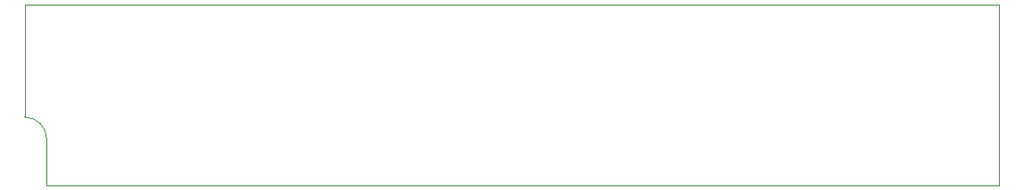
<source format=gbr>
%TF.GenerationSoftware,KiCad,Pcbnew,(5.1.9)-1*%
%TF.CreationDate,2021-01-10T23:00:08+11:00*%
%TF.ProjectId,30pinsimm,33307069-6e73-4696-9d6d-2e6b69636164,rev?*%
%TF.SameCoordinates,Original*%
%TF.FileFunction,Profile,NP*%
%FSLAX46Y46*%
G04 Gerber Fmt 4.6, Leading zero omitted, Abs format (unit mm)*
G04 Created by KiCad (PCBNEW (5.1.9)-1) date 2021-01-10 23:00:08*
%MOMM*%
%LPD*%
G01*
G04 APERTURE LIST*
%TA.AperFunction,Profile*%
%ADD10C,0.050000*%
%TD*%
G04 APERTURE END LIST*
D10*
X99441000Y-105041700D02*
G75*
G02*
X101447600Y-107061040I0J-2006640D01*
G01*
X188468000Y-94716600D02*
X188468000Y-111302800D01*
X99441000Y-94716600D02*
X188468000Y-94716600D01*
X99441000Y-105041700D02*
X99441000Y-94716600D01*
X101447600Y-111302800D02*
X101447600Y-107061040D01*
X188468000Y-111302800D02*
X101447600Y-111302800D01*
M02*

</source>
